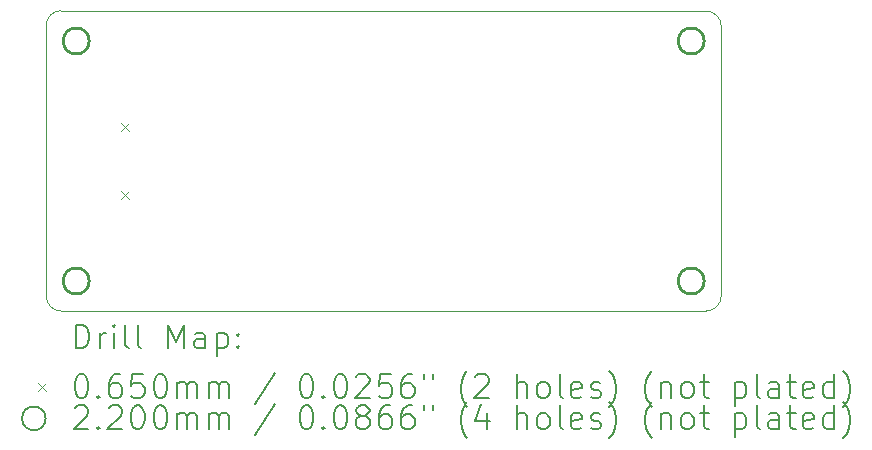
<source format=gbr>
%TF.GenerationSoftware,KiCad,Pcbnew,(6.0.10-0)*%
%TF.CreationDate,2023-02-24T11:05:11+09:00*%
%TF.ProjectId,CH224K_PD_Decoy,43483232-344b-45f5-9044-5f4465636f79,0.5*%
%TF.SameCoordinates,Original*%
%TF.FileFunction,Drillmap*%
%TF.FilePolarity,Positive*%
%FSLAX45Y45*%
G04 Gerber Fmt 4.5, Leading zero omitted, Abs format (unit mm)*
G04 Created by KiCad (PCBNEW (6.0.10-0)) date 2023-02-24 11:05:11*
%MOMM*%
%LPD*%
G01*
G04 APERTURE LIST*
%ADD10C,0.100000*%
%ADD11C,0.200000*%
%ADD12C,0.065000*%
%ADD13C,0.220000*%
G04 APERTURE END LIST*
D10*
X12954000Y-7239000D02*
X12954000Y-9525000D01*
X12827000Y-9652000D02*
X7366000Y-9652000D01*
X7239000Y-9525000D02*
X7239000Y-7235803D01*
X12827000Y-9652000D02*
G75*
G03*
X12954000Y-9525000I0J127000D01*
G01*
X7239000Y-9525000D02*
G75*
G03*
X7366000Y-9652000I127000J0D01*
G01*
X12954000Y-7239000D02*
G75*
G03*
X12827000Y-7112000I-127000J0D01*
G01*
X7366000Y-7108803D02*
X12827000Y-7112000D01*
X7366000Y-7108800D02*
G75*
G03*
X7239000Y-7235803I0J-127000D01*
G01*
D11*
D12*
X7872900Y-8060500D02*
X7937900Y-8125500D01*
X7937900Y-8060500D02*
X7872900Y-8125500D01*
X7872900Y-8638500D02*
X7937900Y-8703500D01*
X7937900Y-8638500D02*
X7872900Y-8703500D01*
D13*
X7603000Y-7366000D02*
G75*
G03*
X7603000Y-7366000I-110000J0D01*
G01*
X7603000Y-9398000D02*
G75*
G03*
X7603000Y-9398000I-110000J0D01*
G01*
X12810000Y-7366000D02*
G75*
G03*
X12810000Y-7366000I-110000J0D01*
G01*
X12810000Y-9398000D02*
G75*
G03*
X12810000Y-9398000I-110000J0D01*
G01*
D11*
X7491619Y-9967476D02*
X7491619Y-9767476D01*
X7539238Y-9767476D01*
X7567809Y-9777000D01*
X7586857Y-9796048D01*
X7596381Y-9815095D01*
X7605905Y-9853190D01*
X7605905Y-9881762D01*
X7596381Y-9919857D01*
X7586857Y-9938905D01*
X7567809Y-9957952D01*
X7539238Y-9967476D01*
X7491619Y-9967476D01*
X7691619Y-9967476D02*
X7691619Y-9834143D01*
X7691619Y-9872238D02*
X7701143Y-9853190D01*
X7710667Y-9843667D01*
X7729714Y-9834143D01*
X7748762Y-9834143D01*
X7815428Y-9967476D02*
X7815428Y-9834143D01*
X7815428Y-9767476D02*
X7805905Y-9777000D01*
X7815428Y-9786524D01*
X7824952Y-9777000D01*
X7815428Y-9767476D01*
X7815428Y-9786524D01*
X7939238Y-9967476D02*
X7920190Y-9957952D01*
X7910667Y-9938905D01*
X7910667Y-9767476D01*
X8044000Y-9967476D02*
X8024952Y-9957952D01*
X8015428Y-9938905D01*
X8015428Y-9767476D01*
X8272571Y-9967476D02*
X8272571Y-9767476D01*
X8339238Y-9910333D01*
X8405905Y-9767476D01*
X8405905Y-9967476D01*
X8586857Y-9967476D02*
X8586857Y-9862714D01*
X8577333Y-9843667D01*
X8558286Y-9834143D01*
X8520190Y-9834143D01*
X8501143Y-9843667D01*
X8586857Y-9957952D02*
X8567810Y-9967476D01*
X8520190Y-9967476D01*
X8501143Y-9957952D01*
X8491619Y-9938905D01*
X8491619Y-9919857D01*
X8501143Y-9900810D01*
X8520190Y-9891286D01*
X8567810Y-9891286D01*
X8586857Y-9881762D01*
X8682095Y-9834143D02*
X8682095Y-10034143D01*
X8682095Y-9843667D02*
X8701143Y-9834143D01*
X8739238Y-9834143D01*
X8758286Y-9843667D01*
X8767810Y-9853190D01*
X8777333Y-9872238D01*
X8777333Y-9929381D01*
X8767810Y-9948429D01*
X8758286Y-9957952D01*
X8739238Y-9967476D01*
X8701143Y-9967476D01*
X8682095Y-9957952D01*
X8863048Y-9948429D02*
X8872571Y-9957952D01*
X8863048Y-9967476D01*
X8853524Y-9957952D01*
X8863048Y-9948429D01*
X8863048Y-9967476D01*
X8863048Y-9843667D02*
X8872571Y-9853190D01*
X8863048Y-9862714D01*
X8853524Y-9853190D01*
X8863048Y-9843667D01*
X8863048Y-9862714D01*
D12*
X7169000Y-10264500D02*
X7234000Y-10329500D01*
X7234000Y-10264500D02*
X7169000Y-10329500D01*
D11*
X7529714Y-10187476D02*
X7548762Y-10187476D01*
X7567809Y-10197000D01*
X7577333Y-10206524D01*
X7586857Y-10225571D01*
X7596381Y-10263667D01*
X7596381Y-10311286D01*
X7586857Y-10349381D01*
X7577333Y-10368429D01*
X7567809Y-10377952D01*
X7548762Y-10387476D01*
X7529714Y-10387476D01*
X7510667Y-10377952D01*
X7501143Y-10368429D01*
X7491619Y-10349381D01*
X7482095Y-10311286D01*
X7482095Y-10263667D01*
X7491619Y-10225571D01*
X7501143Y-10206524D01*
X7510667Y-10197000D01*
X7529714Y-10187476D01*
X7682095Y-10368429D02*
X7691619Y-10377952D01*
X7682095Y-10387476D01*
X7672571Y-10377952D01*
X7682095Y-10368429D01*
X7682095Y-10387476D01*
X7863048Y-10187476D02*
X7824952Y-10187476D01*
X7805905Y-10197000D01*
X7796381Y-10206524D01*
X7777333Y-10235095D01*
X7767809Y-10273190D01*
X7767809Y-10349381D01*
X7777333Y-10368429D01*
X7786857Y-10377952D01*
X7805905Y-10387476D01*
X7844000Y-10387476D01*
X7863048Y-10377952D01*
X7872571Y-10368429D01*
X7882095Y-10349381D01*
X7882095Y-10301762D01*
X7872571Y-10282714D01*
X7863048Y-10273190D01*
X7844000Y-10263667D01*
X7805905Y-10263667D01*
X7786857Y-10273190D01*
X7777333Y-10282714D01*
X7767809Y-10301762D01*
X8063048Y-10187476D02*
X7967809Y-10187476D01*
X7958286Y-10282714D01*
X7967809Y-10273190D01*
X7986857Y-10263667D01*
X8034476Y-10263667D01*
X8053524Y-10273190D01*
X8063048Y-10282714D01*
X8072571Y-10301762D01*
X8072571Y-10349381D01*
X8063048Y-10368429D01*
X8053524Y-10377952D01*
X8034476Y-10387476D01*
X7986857Y-10387476D01*
X7967809Y-10377952D01*
X7958286Y-10368429D01*
X8196381Y-10187476D02*
X8215428Y-10187476D01*
X8234476Y-10197000D01*
X8244000Y-10206524D01*
X8253524Y-10225571D01*
X8263048Y-10263667D01*
X8263048Y-10311286D01*
X8253524Y-10349381D01*
X8244000Y-10368429D01*
X8234476Y-10377952D01*
X8215428Y-10387476D01*
X8196381Y-10387476D01*
X8177333Y-10377952D01*
X8167809Y-10368429D01*
X8158286Y-10349381D01*
X8148762Y-10311286D01*
X8148762Y-10263667D01*
X8158286Y-10225571D01*
X8167809Y-10206524D01*
X8177333Y-10197000D01*
X8196381Y-10187476D01*
X8348762Y-10387476D02*
X8348762Y-10254143D01*
X8348762Y-10273190D02*
X8358286Y-10263667D01*
X8377333Y-10254143D01*
X8405905Y-10254143D01*
X8424952Y-10263667D01*
X8434476Y-10282714D01*
X8434476Y-10387476D01*
X8434476Y-10282714D02*
X8444000Y-10263667D01*
X8463048Y-10254143D01*
X8491619Y-10254143D01*
X8510667Y-10263667D01*
X8520190Y-10282714D01*
X8520190Y-10387476D01*
X8615429Y-10387476D02*
X8615429Y-10254143D01*
X8615429Y-10273190D02*
X8624952Y-10263667D01*
X8644000Y-10254143D01*
X8672571Y-10254143D01*
X8691619Y-10263667D01*
X8701143Y-10282714D01*
X8701143Y-10387476D01*
X8701143Y-10282714D02*
X8710667Y-10263667D01*
X8729714Y-10254143D01*
X8758286Y-10254143D01*
X8777333Y-10263667D01*
X8786857Y-10282714D01*
X8786857Y-10387476D01*
X9177333Y-10177952D02*
X9005905Y-10435095D01*
X9434476Y-10187476D02*
X9453524Y-10187476D01*
X9472571Y-10197000D01*
X9482095Y-10206524D01*
X9491619Y-10225571D01*
X9501143Y-10263667D01*
X9501143Y-10311286D01*
X9491619Y-10349381D01*
X9482095Y-10368429D01*
X9472571Y-10377952D01*
X9453524Y-10387476D01*
X9434476Y-10387476D01*
X9415429Y-10377952D01*
X9405905Y-10368429D01*
X9396381Y-10349381D01*
X9386857Y-10311286D01*
X9386857Y-10263667D01*
X9396381Y-10225571D01*
X9405905Y-10206524D01*
X9415429Y-10197000D01*
X9434476Y-10187476D01*
X9586857Y-10368429D02*
X9596381Y-10377952D01*
X9586857Y-10387476D01*
X9577333Y-10377952D01*
X9586857Y-10368429D01*
X9586857Y-10387476D01*
X9720190Y-10187476D02*
X9739238Y-10187476D01*
X9758286Y-10197000D01*
X9767810Y-10206524D01*
X9777333Y-10225571D01*
X9786857Y-10263667D01*
X9786857Y-10311286D01*
X9777333Y-10349381D01*
X9767810Y-10368429D01*
X9758286Y-10377952D01*
X9739238Y-10387476D01*
X9720190Y-10387476D01*
X9701143Y-10377952D01*
X9691619Y-10368429D01*
X9682095Y-10349381D01*
X9672571Y-10311286D01*
X9672571Y-10263667D01*
X9682095Y-10225571D01*
X9691619Y-10206524D01*
X9701143Y-10197000D01*
X9720190Y-10187476D01*
X9863048Y-10206524D02*
X9872571Y-10197000D01*
X9891619Y-10187476D01*
X9939238Y-10187476D01*
X9958286Y-10197000D01*
X9967810Y-10206524D01*
X9977333Y-10225571D01*
X9977333Y-10244619D01*
X9967810Y-10273190D01*
X9853524Y-10387476D01*
X9977333Y-10387476D01*
X10158286Y-10187476D02*
X10063048Y-10187476D01*
X10053524Y-10282714D01*
X10063048Y-10273190D01*
X10082095Y-10263667D01*
X10129714Y-10263667D01*
X10148762Y-10273190D01*
X10158286Y-10282714D01*
X10167810Y-10301762D01*
X10167810Y-10349381D01*
X10158286Y-10368429D01*
X10148762Y-10377952D01*
X10129714Y-10387476D01*
X10082095Y-10387476D01*
X10063048Y-10377952D01*
X10053524Y-10368429D01*
X10339238Y-10187476D02*
X10301143Y-10187476D01*
X10282095Y-10197000D01*
X10272571Y-10206524D01*
X10253524Y-10235095D01*
X10244000Y-10273190D01*
X10244000Y-10349381D01*
X10253524Y-10368429D01*
X10263048Y-10377952D01*
X10282095Y-10387476D01*
X10320190Y-10387476D01*
X10339238Y-10377952D01*
X10348762Y-10368429D01*
X10358286Y-10349381D01*
X10358286Y-10301762D01*
X10348762Y-10282714D01*
X10339238Y-10273190D01*
X10320190Y-10263667D01*
X10282095Y-10263667D01*
X10263048Y-10273190D01*
X10253524Y-10282714D01*
X10244000Y-10301762D01*
X10434476Y-10187476D02*
X10434476Y-10225571D01*
X10510667Y-10187476D02*
X10510667Y-10225571D01*
X10805905Y-10463667D02*
X10796381Y-10454143D01*
X10777333Y-10425571D01*
X10767810Y-10406524D01*
X10758286Y-10377952D01*
X10748762Y-10330333D01*
X10748762Y-10292238D01*
X10758286Y-10244619D01*
X10767810Y-10216048D01*
X10777333Y-10197000D01*
X10796381Y-10168429D01*
X10805905Y-10158905D01*
X10872571Y-10206524D02*
X10882095Y-10197000D01*
X10901143Y-10187476D01*
X10948762Y-10187476D01*
X10967810Y-10197000D01*
X10977333Y-10206524D01*
X10986857Y-10225571D01*
X10986857Y-10244619D01*
X10977333Y-10273190D01*
X10863048Y-10387476D01*
X10986857Y-10387476D01*
X11224952Y-10387476D02*
X11224952Y-10187476D01*
X11310667Y-10387476D02*
X11310667Y-10282714D01*
X11301143Y-10263667D01*
X11282095Y-10254143D01*
X11253524Y-10254143D01*
X11234476Y-10263667D01*
X11224952Y-10273190D01*
X11434476Y-10387476D02*
X11415428Y-10377952D01*
X11405905Y-10368429D01*
X11396381Y-10349381D01*
X11396381Y-10292238D01*
X11405905Y-10273190D01*
X11415428Y-10263667D01*
X11434476Y-10254143D01*
X11463048Y-10254143D01*
X11482095Y-10263667D01*
X11491619Y-10273190D01*
X11501143Y-10292238D01*
X11501143Y-10349381D01*
X11491619Y-10368429D01*
X11482095Y-10377952D01*
X11463048Y-10387476D01*
X11434476Y-10387476D01*
X11615428Y-10387476D02*
X11596381Y-10377952D01*
X11586857Y-10358905D01*
X11586857Y-10187476D01*
X11767809Y-10377952D02*
X11748762Y-10387476D01*
X11710667Y-10387476D01*
X11691619Y-10377952D01*
X11682095Y-10358905D01*
X11682095Y-10282714D01*
X11691619Y-10263667D01*
X11710667Y-10254143D01*
X11748762Y-10254143D01*
X11767809Y-10263667D01*
X11777333Y-10282714D01*
X11777333Y-10301762D01*
X11682095Y-10320810D01*
X11853524Y-10377952D02*
X11872571Y-10387476D01*
X11910667Y-10387476D01*
X11929714Y-10377952D01*
X11939238Y-10358905D01*
X11939238Y-10349381D01*
X11929714Y-10330333D01*
X11910667Y-10320810D01*
X11882095Y-10320810D01*
X11863048Y-10311286D01*
X11853524Y-10292238D01*
X11853524Y-10282714D01*
X11863048Y-10263667D01*
X11882095Y-10254143D01*
X11910667Y-10254143D01*
X11929714Y-10263667D01*
X12005905Y-10463667D02*
X12015428Y-10454143D01*
X12034476Y-10425571D01*
X12044000Y-10406524D01*
X12053524Y-10377952D01*
X12063048Y-10330333D01*
X12063048Y-10292238D01*
X12053524Y-10244619D01*
X12044000Y-10216048D01*
X12034476Y-10197000D01*
X12015428Y-10168429D01*
X12005905Y-10158905D01*
X12367809Y-10463667D02*
X12358286Y-10454143D01*
X12339238Y-10425571D01*
X12329714Y-10406524D01*
X12320190Y-10377952D01*
X12310667Y-10330333D01*
X12310667Y-10292238D01*
X12320190Y-10244619D01*
X12329714Y-10216048D01*
X12339238Y-10197000D01*
X12358286Y-10168429D01*
X12367809Y-10158905D01*
X12444000Y-10254143D02*
X12444000Y-10387476D01*
X12444000Y-10273190D02*
X12453524Y-10263667D01*
X12472571Y-10254143D01*
X12501143Y-10254143D01*
X12520190Y-10263667D01*
X12529714Y-10282714D01*
X12529714Y-10387476D01*
X12653524Y-10387476D02*
X12634476Y-10377952D01*
X12624952Y-10368429D01*
X12615428Y-10349381D01*
X12615428Y-10292238D01*
X12624952Y-10273190D01*
X12634476Y-10263667D01*
X12653524Y-10254143D01*
X12682095Y-10254143D01*
X12701143Y-10263667D01*
X12710667Y-10273190D01*
X12720190Y-10292238D01*
X12720190Y-10349381D01*
X12710667Y-10368429D01*
X12701143Y-10377952D01*
X12682095Y-10387476D01*
X12653524Y-10387476D01*
X12777333Y-10254143D02*
X12853524Y-10254143D01*
X12805905Y-10187476D02*
X12805905Y-10358905D01*
X12815428Y-10377952D01*
X12834476Y-10387476D01*
X12853524Y-10387476D01*
X13072571Y-10254143D02*
X13072571Y-10454143D01*
X13072571Y-10263667D02*
X13091619Y-10254143D01*
X13129714Y-10254143D01*
X13148762Y-10263667D01*
X13158286Y-10273190D01*
X13167809Y-10292238D01*
X13167809Y-10349381D01*
X13158286Y-10368429D01*
X13148762Y-10377952D01*
X13129714Y-10387476D01*
X13091619Y-10387476D01*
X13072571Y-10377952D01*
X13282095Y-10387476D02*
X13263048Y-10377952D01*
X13253524Y-10358905D01*
X13253524Y-10187476D01*
X13444000Y-10387476D02*
X13444000Y-10282714D01*
X13434476Y-10263667D01*
X13415428Y-10254143D01*
X13377333Y-10254143D01*
X13358286Y-10263667D01*
X13444000Y-10377952D02*
X13424952Y-10387476D01*
X13377333Y-10387476D01*
X13358286Y-10377952D01*
X13348762Y-10358905D01*
X13348762Y-10339857D01*
X13358286Y-10320810D01*
X13377333Y-10311286D01*
X13424952Y-10311286D01*
X13444000Y-10301762D01*
X13510667Y-10254143D02*
X13586857Y-10254143D01*
X13539238Y-10187476D02*
X13539238Y-10358905D01*
X13548762Y-10377952D01*
X13567809Y-10387476D01*
X13586857Y-10387476D01*
X13729714Y-10377952D02*
X13710667Y-10387476D01*
X13672571Y-10387476D01*
X13653524Y-10377952D01*
X13644000Y-10358905D01*
X13644000Y-10282714D01*
X13653524Y-10263667D01*
X13672571Y-10254143D01*
X13710667Y-10254143D01*
X13729714Y-10263667D01*
X13739238Y-10282714D01*
X13739238Y-10301762D01*
X13644000Y-10320810D01*
X13910667Y-10387476D02*
X13910667Y-10187476D01*
X13910667Y-10377952D02*
X13891619Y-10387476D01*
X13853524Y-10387476D01*
X13834476Y-10377952D01*
X13824952Y-10368429D01*
X13815428Y-10349381D01*
X13815428Y-10292238D01*
X13824952Y-10273190D01*
X13834476Y-10263667D01*
X13853524Y-10254143D01*
X13891619Y-10254143D01*
X13910667Y-10263667D01*
X13986857Y-10463667D02*
X13996381Y-10454143D01*
X14015428Y-10425571D01*
X14024952Y-10406524D01*
X14034476Y-10377952D01*
X14044000Y-10330333D01*
X14044000Y-10292238D01*
X14034476Y-10244619D01*
X14024952Y-10216048D01*
X14015428Y-10197000D01*
X13996381Y-10168429D01*
X13986857Y-10158905D01*
X7234000Y-10561000D02*
G75*
G03*
X7234000Y-10561000I-100000J0D01*
G01*
X7482095Y-10470524D02*
X7491619Y-10461000D01*
X7510667Y-10451476D01*
X7558286Y-10451476D01*
X7577333Y-10461000D01*
X7586857Y-10470524D01*
X7596381Y-10489571D01*
X7596381Y-10508619D01*
X7586857Y-10537190D01*
X7472571Y-10651476D01*
X7596381Y-10651476D01*
X7682095Y-10632429D02*
X7691619Y-10641952D01*
X7682095Y-10651476D01*
X7672571Y-10641952D01*
X7682095Y-10632429D01*
X7682095Y-10651476D01*
X7767809Y-10470524D02*
X7777333Y-10461000D01*
X7796381Y-10451476D01*
X7844000Y-10451476D01*
X7863048Y-10461000D01*
X7872571Y-10470524D01*
X7882095Y-10489571D01*
X7882095Y-10508619D01*
X7872571Y-10537190D01*
X7758286Y-10651476D01*
X7882095Y-10651476D01*
X8005905Y-10451476D02*
X8024952Y-10451476D01*
X8044000Y-10461000D01*
X8053524Y-10470524D01*
X8063048Y-10489571D01*
X8072571Y-10527667D01*
X8072571Y-10575286D01*
X8063048Y-10613381D01*
X8053524Y-10632429D01*
X8044000Y-10641952D01*
X8024952Y-10651476D01*
X8005905Y-10651476D01*
X7986857Y-10641952D01*
X7977333Y-10632429D01*
X7967809Y-10613381D01*
X7958286Y-10575286D01*
X7958286Y-10527667D01*
X7967809Y-10489571D01*
X7977333Y-10470524D01*
X7986857Y-10461000D01*
X8005905Y-10451476D01*
X8196381Y-10451476D02*
X8215428Y-10451476D01*
X8234476Y-10461000D01*
X8244000Y-10470524D01*
X8253524Y-10489571D01*
X8263048Y-10527667D01*
X8263048Y-10575286D01*
X8253524Y-10613381D01*
X8244000Y-10632429D01*
X8234476Y-10641952D01*
X8215428Y-10651476D01*
X8196381Y-10651476D01*
X8177333Y-10641952D01*
X8167809Y-10632429D01*
X8158286Y-10613381D01*
X8148762Y-10575286D01*
X8148762Y-10527667D01*
X8158286Y-10489571D01*
X8167809Y-10470524D01*
X8177333Y-10461000D01*
X8196381Y-10451476D01*
X8348762Y-10651476D02*
X8348762Y-10518143D01*
X8348762Y-10537190D02*
X8358286Y-10527667D01*
X8377333Y-10518143D01*
X8405905Y-10518143D01*
X8424952Y-10527667D01*
X8434476Y-10546714D01*
X8434476Y-10651476D01*
X8434476Y-10546714D02*
X8444000Y-10527667D01*
X8463048Y-10518143D01*
X8491619Y-10518143D01*
X8510667Y-10527667D01*
X8520190Y-10546714D01*
X8520190Y-10651476D01*
X8615429Y-10651476D02*
X8615429Y-10518143D01*
X8615429Y-10537190D02*
X8624952Y-10527667D01*
X8644000Y-10518143D01*
X8672571Y-10518143D01*
X8691619Y-10527667D01*
X8701143Y-10546714D01*
X8701143Y-10651476D01*
X8701143Y-10546714D02*
X8710667Y-10527667D01*
X8729714Y-10518143D01*
X8758286Y-10518143D01*
X8777333Y-10527667D01*
X8786857Y-10546714D01*
X8786857Y-10651476D01*
X9177333Y-10441952D02*
X9005905Y-10699095D01*
X9434476Y-10451476D02*
X9453524Y-10451476D01*
X9472571Y-10461000D01*
X9482095Y-10470524D01*
X9491619Y-10489571D01*
X9501143Y-10527667D01*
X9501143Y-10575286D01*
X9491619Y-10613381D01*
X9482095Y-10632429D01*
X9472571Y-10641952D01*
X9453524Y-10651476D01*
X9434476Y-10651476D01*
X9415429Y-10641952D01*
X9405905Y-10632429D01*
X9396381Y-10613381D01*
X9386857Y-10575286D01*
X9386857Y-10527667D01*
X9396381Y-10489571D01*
X9405905Y-10470524D01*
X9415429Y-10461000D01*
X9434476Y-10451476D01*
X9586857Y-10632429D02*
X9596381Y-10641952D01*
X9586857Y-10651476D01*
X9577333Y-10641952D01*
X9586857Y-10632429D01*
X9586857Y-10651476D01*
X9720190Y-10451476D02*
X9739238Y-10451476D01*
X9758286Y-10461000D01*
X9767810Y-10470524D01*
X9777333Y-10489571D01*
X9786857Y-10527667D01*
X9786857Y-10575286D01*
X9777333Y-10613381D01*
X9767810Y-10632429D01*
X9758286Y-10641952D01*
X9739238Y-10651476D01*
X9720190Y-10651476D01*
X9701143Y-10641952D01*
X9691619Y-10632429D01*
X9682095Y-10613381D01*
X9672571Y-10575286D01*
X9672571Y-10527667D01*
X9682095Y-10489571D01*
X9691619Y-10470524D01*
X9701143Y-10461000D01*
X9720190Y-10451476D01*
X9901143Y-10537190D02*
X9882095Y-10527667D01*
X9872571Y-10518143D01*
X9863048Y-10499095D01*
X9863048Y-10489571D01*
X9872571Y-10470524D01*
X9882095Y-10461000D01*
X9901143Y-10451476D01*
X9939238Y-10451476D01*
X9958286Y-10461000D01*
X9967810Y-10470524D01*
X9977333Y-10489571D01*
X9977333Y-10499095D01*
X9967810Y-10518143D01*
X9958286Y-10527667D01*
X9939238Y-10537190D01*
X9901143Y-10537190D01*
X9882095Y-10546714D01*
X9872571Y-10556238D01*
X9863048Y-10575286D01*
X9863048Y-10613381D01*
X9872571Y-10632429D01*
X9882095Y-10641952D01*
X9901143Y-10651476D01*
X9939238Y-10651476D01*
X9958286Y-10641952D01*
X9967810Y-10632429D01*
X9977333Y-10613381D01*
X9977333Y-10575286D01*
X9967810Y-10556238D01*
X9958286Y-10546714D01*
X9939238Y-10537190D01*
X10148762Y-10451476D02*
X10110667Y-10451476D01*
X10091619Y-10461000D01*
X10082095Y-10470524D01*
X10063048Y-10499095D01*
X10053524Y-10537190D01*
X10053524Y-10613381D01*
X10063048Y-10632429D01*
X10072571Y-10641952D01*
X10091619Y-10651476D01*
X10129714Y-10651476D01*
X10148762Y-10641952D01*
X10158286Y-10632429D01*
X10167810Y-10613381D01*
X10167810Y-10565762D01*
X10158286Y-10546714D01*
X10148762Y-10537190D01*
X10129714Y-10527667D01*
X10091619Y-10527667D01*
X10072571Y-10537190D01*
X10063048Y-10546714D01*
X10053524Y-10565762D01*
X10339238Y-10451476D02*
X10301143Y-10451476D01*
X10282095Y-10461000D01*
X10272571Y-10470524D01*
X10253524Y-10499095D01*
X10244000Y-10537190D01*
X10244000Y-10613381D01*
X10253524Y-10632429D01*
X10263048Y-10641952D01*
X10282095Y-10651476D01*
X10320190Y-10651476D01*
X10339238Y-10641952D01*
X10348762Y-10632429D01*
X10358286Y-10613381D01*
X10358286Y-10565762D01*
X10348762Y-10546714D01*
X10339238Y-10537190D01*
X10320190Y-10527667D01*
X10282095Y-10527667D01*
X10263048Y-10537190D01*
X10253524Y-10546714D01*
X10244000Y-10565762D01*
X10434476Y-10451476D02*
X10434476Y-10489571D01*
X10510667Y-10451476D02*
X10510667Y-10489571D01*
X10805905Y-10727667D02*
X10796381Y-10718143D01*
X10777333Y-10689571D01*
X10767810Y-10670524D01*
X10758286Y-10641952D01*
X10748762Y-10594333D01*
X10748762Y-10556238D01*
X10758286Y-10508619D01*
X10767810Y-10480048D01*
X10777333Y-10461000D01*
X10796381Y-10432429D01*
X10805905Y-10422905D01*
X10967810Y-10518143D02*
X10967810Y-10651476D01*
X10920190Y-10441952D02*
X10872571Y-10584810D01*
X10996381Y-10584810D01*
X11224952Y-10651476D02*
X11224952Y-10451476D01*
X11310667Y-10651476D02*
X11310667Y-10546714D01*
X11301143Y-10527667D01*
X11282095Y-10518143D01*
X11253524Y-10518143D01*
X11234476Y-10527667D01*
X11224952Y-10537190D01*
X11434476Y-10651476D02*
X11415428Y-10641952D01*
X11405905Y-10632429D01*
X11396381Y-10613381D01*
X11396381Y-10556238D01*
X11405905Y-10537190D01*
X11415428Y-10527667D01*
X11434476Y-10518143D01*
X11463048Y-10518143D01*
X11482095Y-10527667D01*
X11491619Y-10537190D01*
X11501143Y-10556238D01*
X11501143Y-10613381D01*
X11491619Y-10632429D01*
X11482095Y-10641952D01*
X11463048Y-10651476D01*
X11434476Y-10651476D01*
X11615428Y-10651476D02*
X11596381Y-10641952D01*
X11586857Y-10622905D01*
X11586857Y-10451476D01*
X11767809Y-10641952D02*
X11748762Y-10651476D01*
X11710667Y-10651476D01*
X11691619Y-10641952D01*
X11682095Y-10622905D01*
X11682095Y-10546714D01*
X11691619Y-10527667D01*
X11710667Y-10518143D01*
X11748762Y-10518143D01*
X11767809Y-10527667D01*
X11777333Y-10546714D01*
X11777333Y-10565762D01*
X11682095Y-10584810D01*
X11853524Y-10641952D02*
X11872571Y-10651476D01*
X11910667Y-10651476D01*
X11929714Y-10641952D01*
X11939238Y-10622905D01*
X11939238Y-10613381D01*
X11929714Y-10594333D01*
X11910667Y-10584810D01*
X11882095Y-10584810D01*
X11863048Y-10575286D01*
X11853524Y-10556238D01*
X11853524Y-10546714D01*
X11863048Y-10527667D01*
X11882095Y-10518143D01*
X11910667Y-10518143D01*
X11929714Y-10527667D01*
X12005905Y-10727667D02*
X12015428Y-10718143D01*
X12034476Y-10689571D01*
X12044000Y-10670524D01*
X12053524Y-10641952D01*
X12063048Y-10594333D01*
X12063048Y-10556238D01*
X12053524Y-10508619D01*
X12044000Y-10480048D01*
X12034476Y-10461000D01*
X12015428Y-10432429D01*
X12005905Y-10422905D01*
X12367809Y-10727667D02*
X12358286Y-10718143D01*
X12339238Y-10689571D01*
X12329714Y-10670524D01*
X12320190Y-10641952D01*
X12310667Y-10594333D01*
X12310667Y-10556238D01*
X12320190Y-10508619D01*
X12329714Y-10480048D01*
X12339238Y-10461000D01*
X12358286Y-10432429D01*
X12367809Y-10422905D01*
X12444000Y-10518143D02*
X12444000Y-10651476D01*
X12444000Y-10537190D02*
X12453524Y-10527667D01*
X12472571Y-10518143D01*
X12501143Y-10518143D01*
X12520190Y-10527667D01*
X12529714Y-10546714D01*
X12529714Y-10651476D01*
X12653524Y-10651476D02*
X12634476Y-10641952D01*
X12624952Y-10632429D01*
X12615428Y-10613381D01*
X12615428Y-10556238D01*
X12624952Y-10537190D01*
X12634476Y-10527667D01*
X12653524Y-10518143D01*
X12682095Y-10518143D01*
X12701143Y-10527667D01*
X12710667Y-10537190D01*
X12720190Y-10556238D01*
X12720190Y-10613381D01*
X12710667Y-10632429D01*
X12701143Y-10641952D01*
X12682095Y-10651476D01*
X12653524Y-10651476D01*
X12777333Y-10518143D02*
X12853524Y-10518143D01*
X12805905Y-10451476D02*
X12805905Y-10622905D01*
X12815428Y-10641952D01*
X12834476Y-10651476D01*
X12853524Y-10651476D01*
X13072571Y-10518143D02*
X13072571Y-10718143D01*
X13072571Y-10527667D02*
X13091619Y-10518143D01*
X13129714Y-10518143D01*
X13148762Y-10527667D01*
X13158286Y-10537190D01*
X13167809Y-10556238D01*
X13167809Y-10613381D01*
X13158286Y-10632429D01*
X13148762Y-10641952D01*
X13129714Y-10651476D01*
X13091619Y-10651476D01*
X13072571Y-10641952D01*
X13282095Y-10651476D02*
X13263048Y-10641952D01*
X13253524Y-10622905D01*
X13253524Y-10451476D01*
X13444000Y-10651476D02*
X13444000Y-10546714D01*
X13434476Y-10527667D01*
X13415428Y-10518143D01*
X13377333Y-10518143D01*
X13358286Y-10527667D01*
X13444000Y-10641952D02*
X13424952Y-10651476D01*
X13377333Y-10651476D01*
X13358286Y-10641952D01*
X13348762Y-10622905D01*
X13348762Y-10603857D01*
X13358286Y-10584810D01*
X13377333Y-10575286D01*
X13424952Y-10575286D01*
X13444000Y-10565762D01*
X13510667Y-10518143D02*
X13586857Y-10518143D01*
X13539238Y-10451476D02*
X13539238Y-10622905D01*
X13548762Y-10641952D01*
X13567809Y-10651476D01*
X13586857Y-10651476D01*
X13729714Y-10641952D02*
X13710667Y-10651476D01*
X13672571Y-10651476D01*
X13653524Y-10641952D01*
X13644000Y-10622905D01*
X13644000Y-10546714D01*
X13653524Y-10527667D01*
X13672571Y-10518143D01*
X13710667Y-10518143D01*
X13729714Y-10527667D01*
X13739238Y-10546714D01*
X13739238Y-10565762D01*
X13644000Y-10584810D01*
X13910667Y-10651476D02*
X13910667Y-10451476D01*
X13910667Y-10641952D02*
X13891619Y-10651476D01*
X13853524Y-10651476D01*
X13834476Y-10641952D01*
X13824952Y-10632429D01*
X13815428Y-10613381D01*
X13815428Y-10556238D01*
X13824952Y-10537190D01*
X13834476Y-10527667D01*
X13853524Y-10518143D01*
X13891619Y-10518143D01*
X13910667Y-10527667D01*
X13986857Y-10727667D02*
X13996381Y-10718143D01*
X14015428Y-10689571D01*
X14024952Y-10670524D01*
X14034476Y-10641952D01*
X14044000Y-10594333D01*
X14044000Y-10556238D01*
X14034476Y-10508619D01*
X14024952Y-10480048D01*
X14015428Y-10461000D01*
X13996381Y-10432429D01*
X13986857Y-10422905D01*
M02*

</source>
